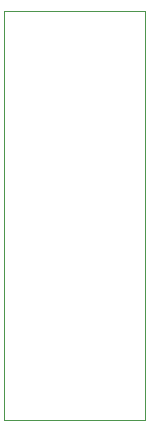
<source format=gbr>
%TF.GenerationSoftware,KiCad,Pcbnew,6.0.11+dfsg-1~bpo11+1*%
%TF.CreationDate,2024-04-18T22:27:08+09:00*%
%TF.ProjectId,pcb-interface,7063622d-696e-4746-9572-666163652e6b,rev?*%
%TF.SameCoordinates,Original*%
%TF.FileFunction,Profile,NP*%
%FSLAX46Y46*%
G04 Gerber Fmt 4.6, Leading zero omitted, Abs format (unit mm)*
G04 Created by KiCad (PCBNEW 6.0.11+dfsg-1~bpo11+1) date 2024-04-18 22:27:08*
%MOMM*%
%LPD*%
G01*
G04 APERTURE LIST*
%TA.AperFunction,Profile*%
%ADD10C,0.100000*%
%TD*%
G04 APERTURE END LIST*
D10*
X81153000Y-88011000D02*
X69215000Y-88011000D01*
X69215000Y-88011000D02*
X69215000Y-122682000D01*
X69215000Y-122682000D02*
X81153000Y-122682000D01*
X81153000Y-122682000D02*
X81153000Y-88011000D01*
M02*

</source>
